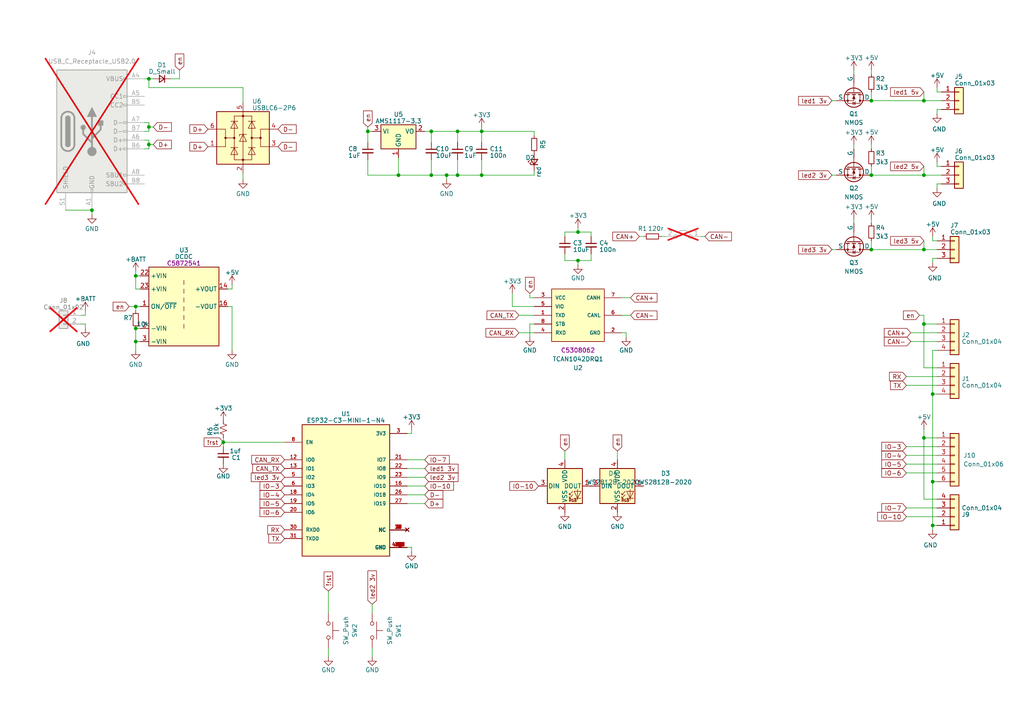
<source format=kicad_sch>
(kicad_sch (version 20231120) (generator "eeschema") (generator_version "8.0")
  (paper "A4")
  (lib_symbols
    (symbol "Connector:USB_C_Receptacle_USB2.0" (pin_names (offset 1.016))
      (property "Reference" "J" (at -10.16 19.05 0))
      (property "Value" "USB_C_Receptacle_USB2.0" (at 19.05 19.05 0))
      (symbol "USB_C_Receptacle_USB2.0_1_1"
        (pin passive line (at 0 -22.86 90) (length 5.08) (name "GND") (number "A1"))
        (pin passive line (at 0 -22.86 90) (length 5.08) hide (name "GND") (number "A12"))
        (pin passive line (at 15.24 15.24 180) (length 5.08) (name "VBUS") (number "A4"))
        (pin bidirectional line (at 15.24 10.16 180) (length 5.08) (name "CC1") (number "A5"))
        (pin bidirectional line (at 15.24 -2.54 180) (length 5.08) (name "D+") (number "A6"))
        (pin bidirectional line (at 15.24 2.54 180) (length 5.08) (name "D-") (number "A7"))
        (pin bidirectional line (at 15.24 -12.7 180) (length 5.08) (name "SBU1") (number "A8"))
        (pin passive line (at 15.24 15.24 180) (length 5.08) hide (name "VBUS") (number "A9"))
        (pin passive line (at 0 -22.86 90) (length 5.08) hide (name "GND") (number "B1"))
        (pin passive line (at 0 -22.86 90) (length 5.08) hide (name "GND") (number "B12"))
        (pin passive line (at 15.24 15.24 180) (length 5.08) hide (name "VBUS") (number "B4"))
        (pin bidirectional line (at 15.24 7.62 180) (length 5.08) (name "CC2") (number "B5"))
        (pin bidirectional line (at 15.24 -5.08 180) (length 5.08) (name "D+") (number "B6"))
        (pin bidirectional line (at 15.24 0 180) (length 5.08) (name "D-") (number "B7"))
        (pin bidirectional line (at 15.24 -15.24 180) (length 5.08) (name "SBU2") (number "B8"))
        (pin passive line (at 15.24 15.24 180) (length 5.08) hide (name "VBUS") (number "B9"))
        (pin passive line (at -7.62 -22.86 90) (length 5.08) (name "SHIELD") (number "S1"))
      )
    )
    (symbol "Connector_Generic:Conn_01x02" (pin_names (offset 1.016) hide)
      (property "Reference" "J" (at 0 2.54 0))
      (property "Value" "Conn_01x02" (at 0 -5.08 0))
      (symbol "Conn_01x02_1_1"
        (pin passive line (at -5.08 0 0) (length 3.81) (name "Pin_1") (number "1"))
        (pin passive line (at -5.08 -2.54 0) (length 3.81) (name "Pin_2") (number "2"))
      )
    )
    (symbol "Connector_Generic:Conn_01x03" (pin_names (offset 1.016) hide)
      (property "Reference" "J" (at 0 5.08 0))
      (property "Value" "Conn_01x03" (at 0 -5.08 0))
      (symbol "Conn_01x03_1_1"
        (pin passive line (at -5.08 2.54 0) (length 3.81) (name "Pin_1") (number "1"))
        (pin passive line (at -5.08 0 0) (length 3.81) (name "Pin_2") (number "2"))
        (pin passive line (at -5.08 -2.54 0) (length 3.81) (name "Pin_3") (number "3"))
      )
    )
    (symbol "Connector_Generic:Conn_01x04" (pin_names (offset 1.016) hide)
      (property "Reference" "J" (at 0 5.08 0))
      (property "Value" "Conn_01x04" (at 0 -7.62 0))
      (symbol "Conn_01x04_1_1"
        (pin passive line (at -5.08 2.54 0) (length 3.81) (name "Pin_1") (number "1"))
        (pin passive line (at -5.08 0 0) (length 3.81) (name "Pin_2") (number "2"))
        (pin passive line (at -5.08 -2.54 0) (length 3.81) (name "Pin_3") (number "3"))
        (pin passive line (at -5.08 -5.08 0) (length 3.81) (name "Pin_4") (number "4"))
      )
    )
    (symbol "Connector_Generic:Conn_01x06" (pin_names (offset 1.016) hide)
      (property "Reference" "J" (at 0 7.62 0))
      (property "Value" "Conn_01x06" (at 0 -10.16 0))
      (symbol "Conn_01x06_1_1"
        (pin passive line (at -5.08 5.08 0) (length 3.81) (name "Pin_1") (number "1"))
        (pin passive line (at -5.08 2.54 0) (length 3.81) (name "Pin_2") (number "2"))
        (pin passive line (at -5.08 0 0) (length 3.81) (name "Pin_3") (number "3"))
        (pin passive line (at -5.08 -2.54 0) (length 3.81) (name "Pin_4") (number "4"))
        (pin passive line (at -5.08 -5.08 0) (length 3.81) (name "Pin_5") (number "5"))
        (pin passive line (at -5.08 -7.62 0) (length 3.81) (name "Pin_6") (number "6"))
      )
    )
    (symbol "Device:C_Small" (pin_numbers hide) (pin_names (offset 0.254) hide)
      (property "Reference" "C" (at 0.254 1.778 0))
      (property "Value" "C_Small" (at 0.254 -2.032 0))
      (symbol "C_Small_1_1"
        (pin passive line (at 0 2.54 270) (length 2.032) (name "~") (number "1"))
        (pin passive line (at 0 -2.54 90) (length 2.032) (name "~") (number "2"))
      )
    )
    (symbol "Device:D_Small" (pin_numbers hide) (pin_names (offset 0.254) hide)
      (property "Reference" "D" (at -1.27 2.032 0))
      (property "Value" "D_Small" (at -3.81 -2.032 0))
      (symbol "D_Small_1_1"
        (pin passive line (at -2.54 0 0) (length 1.778) (name "K") (number "1"))
        (pin passive line (at 2.54 0 180) (length 1.778) (name "A") (number "2"))
      )
    )
    (symbol "Device:LED_Small" (pin_numbers hide) (pin_names (offset 0.254) hide)
      (property "Reference" "D" (at -1.27 3.175 0))
      (property "Value" "LED_Small" (at -4.445 -2.54 0))
      (symbol "LED_Small_1_1"
        (pin passive line (at -2.54 0 0) (length 1.778) (name "K") (number "1"))
        (pin passive line (at 2.54 0 180) (length 1.778) (name "A") (number "2"))
      )
    )
    (symbol "Device:R_Small" (pin_numbers hide) (pin_names (offset 0.254) hide)
      (property "Reference" "R" (at 0.762 0.508 0))
      (property "Value" "R_Small" (at 0.762 -1.016 0))
      (symbol "R_Small_1_1"
        (pin passive line (at 0 2.54 270) (length 0.762) (name "~") (number "1"))
        (pin passive line (at 0 -2.54 90) (length 0.762) (name "~") (number "2"))
      )
    )
    (symbol "Device:R_Small_US" (pin_numbers hide) (pin_names (offset 0.254) hide)
      (property "Reference" "R" (at 0.762 0.508 0))
      (property "Value" "R_Small_US" (at 0.762 -1.016 0))
      (symbol "R_Small_US_1_1"
        (pin passive line (at 0 2.54 270) (length 1.016) (name "~") (number "1"))
        (pin passive line (at 0 -2.54 90) (length 1.016) (name "~") (number "2"))
      )
    )
    (symbol "Jumper:Jumper_2_Open" (pin_names (offset 0) hide)
      (property "Reference" "JP" (at 0 2.794 0))
      (property "Value" "Jumper_2_Open" (at 0 -2.286 0))
      (symbol "Jumper_2_Open_1_1"
        (pin passive line (at -5.08 0 0) (length 2.54) (name "A") (number "1"))
        (pin passive line (at 5.08 0 180) (length 2.54) (name "B") (number "2"))
      )
    )
    (symbol "LED:WS2812B-2020" (pin_names (offset 0.254))
      (property "Reference" "D" (at 5.08 5.715 0))
      (property "Value" "WS2812B-2020" (at 1.27 -5.715 0))
      (symbol "WS2812B-2020_0_0"
        (text "RGB" (at 2.286 -4.191 0) (effects (font (size 0.762 0.762))))
      )
      (symbol "WS2812B-2020_1_1"
        (pin output line (at 7.62 0 180) (length 2.54) (name "DOUT") (number "1"))
        (pin power_in line (at 0 -7.62 90) (length 2.54) (name "VSS") (number "2"))
        (pin input line (at -7.62 0 0) (length 2.54) (name "DIN") (number "3"))
        (pin power_in line (at 0 7.62 270) (length 2.54) (name "VDD") (number "4"))
      )
    )
    (symbol "NMOS_1" (pin_numbers hide) (pin_names (offset 0))
      (property "Reference" "Q3" (at 6.35 0 90))
      (property "Value" "NMOS" (at 8.89 0 90))
      (symbol "NMOS_1_1_1"
        (pin input line (at -5.08 0 0) (length 2.54) (name "G") (number "1"))
        (pin passive line (at 2.54 -5.08 90) (length 2.54) (name "S") (number "2"))
        (pin passive line (at 2.54 5.08 270) (length 2.54) (name "D") (number "3"))
      )
    )
    (symbol "Power_Protection:USBLC6-2P6" (pin_names hide)
      (property "Reference" "U" (at 2.54 8.89 0))
      (property "Value" "USBLC6-2P6" (at 2.54 -8.89 0))
      (symbol "USBLC6-2P6_1_1"
        (pin passive line (at -10.16 -2.54 0) (length 2.54) (name "I/O1") (number "1"))
        (pin passive line (at 0 -10.16 90) (length 2.54) (name "GND") (number "2"))
        (pin passive line (at 10.16 -2.54 180) (length 2.54) (name "I/O2") (number "3"))
        (pin passive line (at 10.16 2.54 180) (length 2.54) (name "I/O2") (number "4"))
        (pin passive line (at 0 10.16 270) (length 2.54) (name "VBUS") (number "5"))
        (pin passive line (at -10.16 2.54 0) (length 2.54) (name "I/O1") (number "6"))
      )
    )
    (symbol "Regulator_Linear:AMS1117-3.3"
      (property "Reference" "U" (at -3.81 3.175 0))
      (property "Value" "AMS1117-3.3" (at 0 3.175 0))
      (symbol "AMS1117-3.3_1_1"
        (pin power_in line (at 0 -7.62 90) (length 2.54) (name "GND") (number "1"))
        (pin power_out line (at 7.62 0 180) (length 2.54) (name "VO") (number "2"))
        (pin power_in line (at -7.62 0 0) (length 2.54) (name "VI") (number "3"))
      )
    )
    (symbol "Switch:SW_Push" (pin_numbers hide) (pin_names (offset 1.016) hide)
      (property "Reference" "SW" (at 1.27 2.54 0))
      (property "Value" "SW_Push" (at 0 -1.524 0))
      (symbol "SW_Push_0_1"
        (pin passive line (at -5.08 0 0) (length 2.54) (name "1") (number "1"))
        (pin passive line (at 5.08 0 180) (length 2.54) (name "2") (number "2"))
      )
    )
    (symbol "ethan_parts:ATA6561" (pin_names (offset 1.016))
      (property "Reference" "U" (at -2.54 7.62 0))
      (property "Value" "TCAN1042DRQ1" (at -5.08 -10.16 0))
      (property "LCSC" "C5308062" (at 0 0 0))
      (symbol "ATA6561_0_0"
        (pin input line (at -12.7 0 0) (length 5.08) (name "TXD") (number "1"))
        (pin power_in line (at 12.7 5.08 180) (length 5.08) (name "GND") (number "2"))
        (pin power_in line (at -12.7 -5.08 0) (length 5.08) (name "VCC") (number "3"))
        (pin output line (at -12.7 5.08 0) (length 5.08) (name "RXD") (number "4"))
        (pin passive line (at -12.7 -2.54 0) (length 5.08) (name "VIO") (number "5"))
        (pin bidirectional line (at 12.7 0 180) (length 5.08) (name "CANL") (number "6"))
        (pin bidirectional line (at 12.7 -5.08 180) (length 5.08) (name "CANH") (number "7"))
        (pin input line (at -12.7 2.54 0) (length 5.08) (name "STB") (number "8"))
      )
    )
    (symbol "ethan_parts:ESP32-C3-MINI-1-N4" (pin_names (offset 1.016))
      (property "Reference" "U" (at -12.7 18.796 0))
      (property "Value" "ESP32-C3-MINI-1-N4" (at -12.7 -22.86 0))
      (property "LCSC" "C2934569" (at 0 0 0))
      (symbol "ESP32-C3-MINI-1-N4_0_0"
        (pin power_in line (at 17.78 -17.78 180) (length 5.08) (name "GND") (number "1"))
        (pin no_connect line (at 17.78 -12.7 180) (length 5.08) (name "NC") (number "10"))
        (pin power_in line (at 17.78 -17.78 180) (length 5.08) (name "GND") (number "11"))
        (pin bidirectional line (at -17.78 7.62 0) (length 5.08) (name "IO0") (number "12"))
        (pin bidirectional line (at -17.78 5.08 0) (length 5.08) (name "IO1") (number "13"))
        (pin power_in line (at 17.78 -17.78 180) (length 5.08) (name "GND") (number "14"))
        (pin no_connect line (at 17.78 -12.7 180) (length 5.08) (name "NC") (number "15"))
        (pin bidirectional line (at 17.78 0 180) (length 5.08) (name "IO10") (number "16"))
        (pin no_connect line (at 17.78 -12.7 180) (length 5.08) (name "NC") (number "17"))
        (pin bidirectional line (at -17.78 -2.54 0) (length 5.08) (name "IO4") (number "18"))
        (pin bidirectional line (at -17.78 -5.08 0) (length 5.08) (name "IO5") (number "19"))
        (pin power_in line (at 17.78 -17.78 180) (length 5.08) (name "GND") (number "2"))
        (pin bidirectional line (at -17.78 -7.62 0) (length 5.08) (name "IO6") (number "20"))
        (pin bidirectional line (at 17.78 7.62 180) (length 5.08) (name "IO7") (number "21"))
        (pin bidirectional line (at 17.78 5.08 180) (length 5.08) (name "IO8") (number "22"))
        (pin bidirectional line (at 17.78 2.54 180) (length 5.08) (name "IO9") (number "23"))
        (pin no_connect line (at 17.78 -12.7 180) (length 5.08) (name "NC") (number "24"))
        (pin no_connect line (at 17.78 -12.7 180) (length 5.08) (name "NC") (number "25"))
        (pin bidirectional line (at 17.78 -2.54 180) (length 5.08) (name "IO18") (number "26"))
        (pin bidirectional line (at 17.78 -5.08 180) (length 5.08) (name "IO19") (number "27"))
        (pin no_connect line (at 17.78 -12.7 180) (length 5.08) (name "NC") (number "28"))
        (pin no_connect line (at 17.78 -12.7 180) (length 5.08) (name "NC") (number "29"))
        (pin power_in line (at 17.78 15.24 180) (length 5.08) (name "3V3") (number "3"))
        (pin bidirectional line (at -17.78 -12.7 0) (length 5.08) (name "RXD0") (number "30"))
        (pin bidirectional line (at -17.78 -15.24 0) (length 5.08) (name "TXD0") (number "31"))
        (pin no_connect line (at 17.78 -12.7 180) (length 5.08) (name "NC") (number "32"))
        (pin no_connect line (at 17.78 -12.7 180) (length 5.08) (name "NC") (number "33"))
        (pin no_connect line (at 17.78 -12.7 180) (length 5.08) (name "NC") (number "34"))
        (pin no_connect line (at 17.78 -12.7 180) (length 5.08) (name "NC") (number "35"))
        (pin power_in line (at 17.78 -17.78 180) (length 5.08) (name "GND") (number "36"))
        (pin power_in line (at 17.78 -17.78 180) (length 5.08) (name "GND") (number "37"))
        (pin power_in line (at 17.78 -17.78 180) (length 5.08) (name "GND") (number "38"))
        (pin power_in line (at 17.78 -17.78 180) (length 5.08) (name "GND") (number "39"))
        (pin no_connect line (at 17.78 -12.7 180) (length 5.08) (name "NC") (number "4"))
        (pin power_in line (at 17.78 -17.78 180) (length 5.08) (name "GND") (number "40"))
        (pin power_in line (at 17.78 -17.78 180) (length 5.08) (name "GND") (number "41"))
        (pin power_in line (at 17.78 -17.78 180) (length 5.08) (name "GND") (number "42"))
        (pin power_in line (at 17.78 -17.78 180) (length 5.08) (name "GND") (number "43"))
        (pin power_in line (at 17.78 -17.78 180) (length 5.08) (name "GND") (number "44"))
        (pin power_in line (at 17.78 -17.78 180) (length 5.08) (name "GND") (number "45"))
        (pin power_in line (at 17.78 -17.78 180) (length 5.08) (name "GND") (number "46"))
        (pin power_in line (at 17.78 -17.78 180) (length 5.08) (name "GND") (number "47"))
        (pin power_in line (at 17.78 -17.78 180) (length 5.08) (name "GND") (number "48"))
        (pin power_in line (at 17.78 -17.78 180) (length 5.08) (name "GND") (number "49_1"))
        (pin power_in line (at 17.78 -17.78 180) (length 5.08) (name "GND") (number "49_2"))
        (pin power_in line (at 17.78 -17.78 180) (length 5.08) (name "GND") (number "49_3"))
        (pin power_in line (at 17.78 -17.78 180) (length 5.08) (name "GND") (number "49_4"))
        (pin power_in line (at 17.78 -17.78 180) (length 5.08) (name "GND") (number "49_5"))
        (pin power_in line (at 17.78 -17.78 180) (length 5.08) (name "GND") (number "49_6"))
        (pin power_in line (at 17.78 -17.78 180) (length 5.08) (name "GND") (number "49_7"))
        (pin power_in line (at 17.78 -17.78 180) (length 5.08) (name "GND") (number "49_8"))
        (pin power_in line (at 17.78 -17.78 180) (length 5.08) (name "GND") (number "49_9"))
        (pin bidirectional line (at -17.78 2.54 0) (length 5.08) (name "IO2") (number "5"))
        (pin power_in line (at 17.78 -17.78 180) (length 5.08) (name "GND") (number "50"))
        (pin power_in line (at 17.78 -17.78 180) (length 5.08) (name "GND") (number "51"))
        (pin power_in line (at 17.78 -17.78 180) (length 5.08) (name "GND") (number "52"))
        (pin power_in line (at 17.78 -17.78 180) (length 5.08) (name "GND") (number "53"))
        (pin bidirectional line (at -17.78 0 0) (length 5.08) (name "IO3") (number "6"))
        (pin no_connect line (at 17.78 -12.7 180) (length 5.08) (name "NC") (number "7"))
        (pin input line (at -17.78 12.7 0) (length 5.08) (name "EN") (number "8"))
        (pin no_connect line (at 17.78 -12.7 180) (length 5.08) (name "NC") (number "9"))
      )
    )
    (symbol "ethan_parts:RSDW10-05H"
      (property "Reference" "U" (at 0 0 0))
      (property "Value" "DCDC" (at 0 0 0))
      (property "LCSC" "C5872541" (at 0 0 0))
      (symbol "RSDW10-05H_1_1"
        (pin input line (at -12.7 0 0) (length 2.54) (name "ON/~{OFF}") (number "1"))
        (pin no_connect line (at 10.16 -5.08 180) (length 2.54) hide (name "NC") (number "11"))
        (pin power_out line (at 12.7 5.08 180) (length 2.54) (name "+VOUT") (number "14"))
        (pin power_out line (at 12.7 0 180) (length 2.54) (name "-VOUT") (number "16"))
        (pin power_in line (at -12.7 -6.35 0) (length 2.54) (name "-VIN") (number "2"))
        (pin power_in line (at -12.7 8.89 0) (length 2.54) (name "+VIN") (number "22"))
        (pin power_in line (at -12.7 5.08 0) (length 2.54) (name "+VIN") (number "23"))
        (pin power_in line (at -12.7 -10.16 0) (length 2.54) (name "-VIN") (number "3"))
        (pin no_connect line (at 10.16 -2.54 180) (length 2.54) hide (name "NC") (number "9"))
      )
    )
    (symbol "power:+3V3" (power) (pin_names (offset 0))
      (property "Value" "+3V3" (at 0 3.556 0))
      (symbol "+3V3_1_1"
        (pin power_in line (at 0 0 90) (length 0) hide (name "+3V3") (number "1"))
      )
    )
    (symbol "power:+5V" (power) (pin_names (offset 0))
      (property "Value" "+5V" (at 0 3.556 0))
      (symbol "+5V_1_1"
        (pin power_in line (at 0 0 90) (length 0) hide (name "+5V") (number "1"))
      )
    )
    (symbol "power:+BATT" (power) (pin_names (offset 0))
      (property "Value" "+BATT" (at 0 3.556 0))
      (symbol "+BATT_1_1"
        (pin power_in line (at 0 0 90) (length 0) hide (name "+BATT") (number "1"))
      )
    )
    (symbol "power:GND" (power) (pin_names (offset 0))
      (property "Value" "GND" (at 0 -3.81 0))
      (symbol "GND_1_1"
        (pin power_in line (at 0 0 270) (length 0) hide (name "GND") (number "1"))
      )
    )
  )
  (junction (at 129.54 50.8))
  (junction (at 106.68 38.1))
  (junction (at 267.97 50.8))
  (junction (at 26.67 60.96))
  (junction (at 125.095 50.8))
  (junction (at 132.715 50.8))
  (junction (at 267.97 72.39))
  (junction (at 43.18 36.83))
  (junction (at 64.77 128.27))
  (junction (at 267.97 127))
  (junction (at 39.37 99.06))
  (junction (at 39.37 95.25))
  (junction (at 252.73 29.21))
  (junction (at 270.51 152.4))
  (junction (at 115.57 50.8))
  (junction (at 125.095 38.1))
  (junction (at 167.64 75.565))
  (junction (at 39.37 80.01))
  (junction (at 267.97 29.21))
  (junction (at 43.18 41.91))
  (junction (at 139.7 50.8))
  (junction (at 132.715 38.1))
  (junction (at 167.64 67.31))
  (junction (at 270.51 114.3))
  (junction (at 270.51 139.7))
  (junction (at 139.7 38.1))
  (junction (at 39.37 88.9))
  (junction (at 267.97 93.98))
  (junction (at 252.73 72.39))
  (junction (at 252.73 50.8))
  (junction (at 43.18 22.86))
  (no_connect (at 118.11 153.67))
  (wire (pts (xy 270.51 69.85) (xy 271.78 69.85)))
  (wire (pts (xy 270.51 114.3) (xy 270.51 139.7)))
  (wire (pts (xy 262.89 149.86) (xy 271.78 149.86)))
  (wire (pts (xy 70.485 25.4) (xy 70.485 29.845)))
  (wire (pts (xy 167.64 67.31) (xy 171.45 67.31)))
  (wire (pts (xy 49.53 22.86) (xy 52.07 22.86)))
  (wire (pts (xy 40.64 95.25) (xy 39.37 95.25)))
  (wire (pts (xy 271.78 48.26) (xy 273.05 48.26)))
  (wire (pts (xy 129.54 50.8) (xy 129.54 52.07)))
  (wire (pts (xy 39.37 88.9) (xy 40.64 88.9)))
  (wire (pts (xy 271.78 54.61) (xy 271.78 53.34)))
  (wire (pts (xy 26.67 60.96) (xy 26.67 62.23)))
  (wire (pts (xy 270.51 68.58) (xy 270.51 69.85)))
  (wire (pts (xy 39.37 78.74) (xy 39.37 80.01)))
  (wire (pts (xy 267.97 91.44) (xy 267.97 93.98)))
  (wire (pts (xy 150.495 91.44) (xy 154.94 91.44)))
  (wire (pts (xy 267.97 93.98) (xy 271.78 93.98)))
  (wire (pts (xy 67.31 88.9) (xy 66.04 88.9)))
  (wire (pts (xy 125.095 50.8) (xy 129.54 50.8)))
  (wire (pts (xy 64.77 127) (xy 64.77 128.27)))
  (wire (pts (xy 191.77 68.58) (xy 193.04 68.58)))
  (wire (pts (xy 118.11 135.89) (xy 123.19 135.89)))
  (wire (pts (xy 262.89 134.62) (xy 271.78 134.62)))
  (wire (pts (xy 43.18 22.86) (xy 44.45 22.86)))
  (wire (pts (xy 118.11 133.35) (xy 123.19 133.35)))
  (wire (pts (xy 52.07 20.32) (xy 52.07 22.86)))
  (wire (pts (xy 106.68 38.1) (xy 106.68 41.275)))
  (wire (pts (xy 181.61 96.52) (xy 180.34 96.52)))
  (wire (pts (xy 185.42 68.58) (xy 186.69 68.58)))
  (wire (pts (xy 153.67 85.09) (xy 153.67 86.36)))
  (wire (pts (xy 163.83 73.66) (xy 163.83 75.565)))
  (wire (pts (xy 267.97 127) (xy 267.97 144.78)))
  (wire (pts (xy 262.89 129.54) (xy 271.78 129.54)))
  (wire (pts (xy 154.94 50.8) (xy 154.94 49.53)))
  (wire (pts (xy 271.78 33.02) (xy 271.78 31.75)))
  (wire (pts (xy 43.18 35.56) (xy 41.91 35.56)))
  (wire (pts (xy 179.07 130.81) (xy 179.07 133.35)))
  (wire (pts (xy 39.37 80.01) (xy 39.37 83.82)))
  (wire (pts (xy 139.7 36.83) (xy 139.7 38.1)))
  (wire (pts (xy 64.77 128.27) (xy 82.55 128.27)))
  (wire (pts (xy 252.73 72.39) (xy 267.97 72.39)))
  (wire (pts (xy 139.7 50.8) (xy 154.94 50.8)))
  (wire (pts (xy 267.97 106.68) (xy 271.78 106.68)))
  (wire (pts (xy 70.485 50.165) (xy 70.485 52.07)))
  (wire (pts (xy 95.25 187.96) (xy 95.25 190.5)))
  (wire (pts (xy 43.18 36.83) (xy 44.45 36.83)))
  (wire (pts (xy 123.19 38.1) (xy 125.095 38.1)))
  (wire (pts (xy 270.51 74.93) (xy 271.78 74.93)))
  (wire (pts (xy 67.31 88.9) (xy 67.31 101.6)))
  (wire (pts (xy 115.57 45.72) (xy 115.57 50.8)))
  (wire (pts (xy 182.88 86.36) (xy 180.34 86.36)))
  (wire (pts (xy 271.78 46.99) (xy 271.78 48.26)))
  (wire (pts (xy 267.97 124.46) (xy 267.97 127)))
  (wire (pts (xy 267.97 69.85) (xy 267.97 72.39)))
  (wire (pts (xy 118.11 146.05) (xy 123.19 146.05)))
  (wire (pts (xy 271.78 25.4) (xy 271.78 26.67)))
  (wire (pts (xy 247.65 43.18) (xy 247.65 41.91)))
  (wire (pts (xy 39.37 101.6) (xy 39.37 99.06)))
  (wire (pts (xy 262.89 109.22) (xy 271.78 109.22)))
  (wire (pts (xy 262.89 147.32) (xy 271.78 147.32)))
  (wire (pts (xy 262.89 111.76) (xy 271.78 111.76)))
  (wire (pts (xy 43.18 36.83) (xy 43.18 35.56)))
  (wire (pts (xy 270.51 152.4) (xy 270.51 153.67)))
  (wire (pts (xy 171.45 75.565) (xy 171.45 73.66)))
  (wire (pts (xy 43.18 41.91) (xy 44.45 41.91)))
  (wire (pts (xy 24.765 91.44) (xy 23.495 91.44)))
  (wire (pts (xy 41.91 40.64) (xy 43.18 40.64)))
  (wire (pts (xy 270.51 101.6) (xy 271.78 101.6)))
  (wire (pts (xy 267.97 127) (xy 271.78 127)))
  (wire (pts (xy 267.97 50.8) (xy 273.05 50.8)))
  (wire (pts (xy 163.83 130.81) (xy 163.83 133.35)))
  (wire (pts (xy 64.77 128.27) (xy 64.77 129.54)))
  (wire (pts (xy 107.95 187.96) (xy 107.95 190.5)))
  (wire (pts (xy 252.73 48.26) (xy 252.73 50.8)))
  (wire (pts (xy 262.89 137.16) (xy 271.78 137.16)))
  (wire (pts (xy 118.11 138.43) (xy 123.19 138.43)))
  (wire (pts (xy 154.94 38.1) (xy 154.94 39.37)))
  (wire (pts (xy 241.3 29.21) (xy 242.57 29.21)))
  (wire (pts (xy 252.73 50.8) (xy 267.97 50.8)))
  (wire (pts (xy 118.11 125.73) (xy 119.38 125.73)))
  (wire (pts (xy 132.715 46.355) (xy 132.715 50.8)))
  (wire (pts (xy 252.73 20.32) (xy 252.73 21.59)))
  (wire (pts (xy 241.3 72.39) (xy 242.57 72.39)))
  (wire (pts (xy 270.51 139.7) (xy 271.78 139.7)))
  (wire (pts (xy 118.11 140.97) (xy 123.19 140.97)))
  (wire (pts (xy 115.57 50.8) (xy 125.095 50.8)))
  (wire (pts (xy 24.765 95.25) (xy 24.765 93.98)))
  (wire (pts (xy 39.37 95.25) (xy 39.37 99.06)))
  (wire (pts (xy 132.715 50.8) (xy 139.7 50.8)))
  (wire (pts (xy 95.25 171.45) (xy 95.25 177.8)))
  (wire (pts (xy 148.59 88.9) (xy 154.94 88.9)))
  (wire (pts (xy 252.73 26.67) (xy 252.73 29.21)))
  (wire (pts (xy 241.3 50.8) (xy 242.57 50.8)))
  (wire (pts (xy 167.64 76.835) (xy 167.64 75.565)))
  (wire (pts (xy 125.095 38.1) (xy 125.095 41.275)))
  (wire (pts (xy 163.83 68.58) (xy 163.83 67.31)))
  (wire (pts (xy 139.7 38.1) (xy 154.94 38.1)))
  (wire (pts (xy 43.18 25.4) (xy 70.485 25.4)))
  (wire (pts (xy 252.73 69.85) (xy 252.73 72.39)))
  (wire (pts (xy 125.095 46.355) (xy 125.095 50.8)))
  (wire (pts (xy 43.18 36.83) (xy 43.18 38.1)))
  (wire (pts (xy 139.7 46.355) (xy 139.7 50.8)))
  (wire (pts (xy 267.97 72.39) (xy 271.78 72.39)))
  (wire (pts (xy 106.68 38.1) (xy 107.95 38.1)))
  (wire (pts (xy 267.97 48.26) (xy 267.97 50.8)))
  (wire (pts (xy 267.97 26.67) (xy 267.97 29.21)))
  (wire (pts (xy 270.51 152.4) (xy 271.78 152.4)))
  (wire (pts (xy 39.37 83.82) (xy 40.64 83.82)))
  (wire (pts (xy 24.765 93.98) (xy 23.495 93.98)))
  (wire (pts (xy 132.715 38.1) (xy 132.715 41.275)))
  (wire (pts (xy 163.83 75.565) (xy 167.64 75.565)))
  (wire (pts (xy 153.67 86.36) (xy 154.94 86.36)))
  (wire (pts (xy 270.51 114.3) (xy 270.51 101.6)))
  (wire (pts (xy 271.78 53.34) (xy 273.05 53.34)))
  (wire (pts (xy 271.78 26.67) (xy 273.05 26.67)))
  (wire (pts (xy 40.64 80.01) (xy 39.37 80.01)))
  (wire (pts (xy 181.61 97.79) (xy 181.61 96.52)))
  (wire (pts (xy 153.67 93.98) (xy 153.67 97.79)))
  (wire (pts (xy 267.97 91.44) (xy 266.7 91.44)))
  (wire (pts (xy 24.765 90.17) (xy 24.765 91.44)))
  (wire (pts (xy 107.95 175.26) (xy 107.95 177.8)))
  (wire (pts (xy 106.68 50.8) (xy 115.57 50.8)))
  (wire (pts (xy 148.59 85.09) (xy 148.59 88.9)))
  (wire (pts (xy 118.11 143.51) (xy 123.19 143.51)))
  (wire (pts (xy 167.64 67.31) (xy 167.64 66.04)))
  (wire (pts (xy 271.78 31.75) (xy 273.05 31.75)))
  (wire (pts (xy 267.97 29.21) (xy 273.05 29.21)))
  (wire (pts (xy 267.97 144.78) (xy 271.78 144.78)))
  (wire (pts (xy 204.47 68.58) (xy 203.2 68.58)))
  (wire (pts (xy 267.97 106.68) (xy 267.97 93.98)))
  (wire (pts (xy 154.94 93.98) (xy 153.67 93.98)))
  (wire (pts (xy 270.51 139.7) (xy 270.51 152.4)))
  (wire (pts (xy 139.7 38.1) (xy 139.7 41.275)))
  (wire (pts (xy 118.11 158.75) (xy 119.38 158.75)))
  (wire (pts (xy 119.38 125.73) (xy 119.38 124.46)))
  (wire (pts (xy 43.18 41.91) (xy 43.18 40.64)))
  (wire (pts (xy 43.18 22.86) (xy 43.18 25.4)))
  (wire (pts (xy 182.88 91.44) (xy 180.34 91.44)))
  (wire (pts (xy 132.715 38.1) (xy 139.7 38.1)))
  (wire (pts (xy 171.45 67.31) (xy 171.45 68.58)))
  (wire (pts (xy 264.16 99.06) (xy 271.78 99.06)))
  (wire (pts (xy 247.65 21.59) (xy 247.65 20.32)))
  (wire (pts (xy 41.91 22.86) (xy 43.18 22.86)))
  (wire (pts (xy 247.65 64.77) (xy 247.65 63.5)))
  (wire (pts (xy 270.51 76.2) (xy 270.51 74.93)))
  (wire (pts (xy 106.68 46.355) (xy 106.68 50.8)))
  (wire (pts (xy 39.37 99.06) (xy 40.64 99.06)))
  (wire (pts (xy 270.51 114.3) (xy 271.78 114.3)))
  (wire (pts (xy 125.095 38.1) (xy 132.715 38.1)))
  (wire (pts (xy 150.495 96.52) (xy 154.94 96.52)))
  (wire (pts (xy 252.73 63.5) (xy 252.73 64.77)))
  (wire (pts (xy 167.64 67.31) (xy 163.83 67.31)))
  (wire (pts (xy 106.68 36.83) (xy 106.68 38.1)))
  (wire (pts (xy 39.37 90.17) (xy 39.37 88.9)))
  (wire (pts (xy 252.73 29.21) (xy 267.97 29.21)))
  (wire (pts (xy 43.18 41.91) (xy 43.18 43.18)))
  (wire (pts (xy 37.465 88.9) (xy 39.37 88.9)))
  (wire (pts (xy 41.91 38.1) (xy 43.18 38.1)))
  (wire (pts (xy 252.73 41.91) (xy 252.73 43.18)))
  (wire (pts (xy 19.05 60.96) (xy 26.67 60.96)))
  (wire (pts (xy 167.64 75.565) (xy 171.45 75.565)))
  (wire (pts (xy 252.73 50.8) (xy 251.46 50.8)))
  (wire (pts (xy 119.38 158.75) (xy 119.38 160.02)))
  (wire (pts (xy 67.31 82.55) (xy 67.31 83.82)))
  (wire (pts (xy 43.18 43.18) (xy 41.91 43.18)))
  (wire (pts (xy 262.89 132.08) (xy 271.78 132.08)))
  (wire (pts (xy 264.16 96.52) (xy 271.78 96.52)))
  (wire (pts (xy 129.54 50.8) (xy 132.715 50.8)))
  (wire (pts (xy 67.31 83.82) (xy 66.04 83.82)))
  (global_label "D+" (shape input) (at 60.325 37.465 180) (property "Intersheetrefs" "${INTERSHEET_REFS}" (effects (hide yes))))
  (global_label "IO-4" (shape input) (at 82.55 143.51 180) (property "Intersheetrefs" "${INTERSHEET_REFS}" (effects (hide yes))))
  (global_label "led1 5v" (shape input) (at 267.97 26.67 180) (property "Intersheetrefs" "${INTERSHEET_REFS}" (effects (hide yes))))
  (global_label "D+" (shape input) (at 123.19 146.05 0) (property "Intersheetrefs" "${INTERSHEET_REFS}" (effects (hide yes))))
  (global_label "CAN+" (shape input) (at 264.16 96.52 180) (property "Intersheetrefs" "${INTERSHEET_REFS}" (effects (hide yes))))
  (global_label "led2 3v" (shape input) (at 107.95 175.26 90) (property "Intersheetrefs" "${INTERSHEET_REFS}" (effects (hide yes))))
  (global_label "led3 3v" (shape input) (at 241.3 72.39 180) (property "Intersheetrefs" "${INTERSHEET_REFS}" (effects (hide yes))))
  (global_label "D+" (shape input) (at 44.45 41.91 0) (property "Intersheetrefs" "${INTERSHEET_REFS}" (effects (hide yes))))
  (global_label "IO-10" (shape input) (at 262.89 149.86 180) (property "Intersheetrefs" "${INTERSHEET_REFS}" (effects (hide yes))))
  (global_label "led3 5v" (shape input) (at 267.97 69.85 180) (property "Intersheetrefs" "${INTERSHEET_REFS}" (effects (hide yes))))
  (global_label "en" (shape input) (at 52.07 20.32 90) (property "Intersheetrefs" "${INTERSHEET_REFS}" (effects (hide yes))))
  (global_label "CAN_TX" (shape input) (at 82.55 135.89 180) (property "Intersheetrefs" "${INTERSHEET_REFS}" (effects (hide yes))))
  (global_label "led1 3v" (shape input) (at 241.3 29.21 180) (property "Intersheetrefs" "${INTERSHEET_REFS}" (effects (hide yes))))
  (global_label "IO-3" (shape input) (at 262.89 129.54 180) (property "Intersheetrefs" "${INTERSHEET_REFS}" (effects (hide yes))))
  (global_label "IO-7" (shape input) (at 123.19 133.35 0) (property "Intersheetrefs" "${INTERSHEET_REFS}" (effects (hide yes))))
  (global_label "led2 3v" (shape input) (at 241.3 50.8 180) (property "Intersheetrefs" "${INTERSHEET_REFS}" (effects (hide yes))))
  (global_label "IO-6" (shape input) (at 82.55 148.59 180) (property "Intersheetrefs" "${INTERSHEET_REFS}" (effects (hide yes))))
  (global_label "en" (shape input) (at 106.68 36.83 90) (property "Intersheetrefs" "${INTERSHEET_REFS}" (effects (hide yes))))
  (global_label "led3 3v" (shape input) (at 82.55 138.43 180) (property "Intersheetrefs" "${INTERSHEET_REFS}" (effects (hide yes))))
  (global_label "en" (shape input) (at 153.67 85.09 90) (property "Intersheetrefs" "${INTERSHEET_REFS}" (effects (hide yes))))
  (global_label "IO-10" (shape input) (at 123.19 140.97 0) (property "Intersheetrefs" "${INTERSHEET_REFS}" (effects (hide yes))))
  (global_label "D-" (shape input) (at 80.645 37.465 0) (property "Intersheetrefs" "${INTERSHEET_REFS}" (effects (hide yes))))
  (global_label "led2 3v" (shape input) (at 123.19 138.43 0) (property "Intersheetrefs" "${INTERSHEET_REFS}" (effects (hide yes))))
  (global_label "!rst" (shape input) (at 64.77 128.27 180) (property "Intersheetrefs" "${INTERSHEET_REFS}" (effects (hide yes))))
  (global_label "TX" (shape input) (at 82.55 156.21 180) (property "Intersheetrefs" "${INTERSHEET_REFS}" (effects (hide yes))))
  (global_label "!rst" (shape input) (at 95.25 171.45 90) (property "Intersheetrefs" "${INTERSHEET_REFS}" (effects (hide yes))))
  (global_label "RX" (shape input) (at 82.55 153.67 180) (property "Intersheetrefs" "${INTERSHEET_REFS}" (effects (hide yes))))
  (global_label "CAN+" (shape input) (at 185.42 68.58 180) (property "Intersheetrefs" "${INTERSHEET_REFS}" (effects (hide yes))))
  (global_label "IO-7" (shape input) (at 262.89 147.32 180) (property "Intersheetrefs" "${INTERSHEET_REFS}" (effects (hide yes))))
  (global_label "CAN-" (shape input) (at 182.88 91.44 0) (property "Intersheetrefs" "${INTERSHEET_REFS}" (effects (hide yes))))
  (global_label "IO-3" (shape input) (at 82.55 140.97 180) (property "Intersheetrefs" "${INTERSHEET_REFS}" (effects (hide yes))))
  (global_label "D+" (shape input) (at 60.325 42.545 180) (property "Intersheetrefs" "${INTERSHEET_REFS}" (effects (hide yes))))
  (global_label "IO-6" (shape input) (at 262.89 137.16 180) (property "Intersheetrefs" "${INTERSHEET_REFS}" (effects (hide yes))))
  (global_label "CAN_RX" (shape input) (at 82.55 133.35 180) (property "Intersheetrefs" "${INTERSHEET_REFS}" (effects (hide yes))))
  (global_label "IO-5" (shape input) (at 82.55 146.05 180) (property "Intersheetrefs" "${INTERSHEET_REFS}" (effects (hide yes))))
  (global_label "IO-10" (shape input) (at 156.21 140.97 180) (property "Intersheetrefs" "${INTERSHEET_REFS}" (effects (hide yes))))
  (global_label "TX" (shape input) (at 262.89 111.76 180) (property "Intersheetrefs" "${INTERSHEET_REFS}" (effects (hide yes))))
  (global_label "en" (shape input) (at 266.7 91.44 180) (property "Intersheetrefs" "${INTERSHEET_REFS}" (effects (hide yes))))
  (global_label "CAN-" (shape input) (at 264.16 99.06 180) (property "Intersheetrefs" "${INTERSHEET_REFS}" (effects (hide yes))))
  (global_label "led2 5v" (shape input) (at 267.97 48.26 180) (property "Intersheetrefs" "${INTERSHEET_REFS}" (effects (hide yes))))
  (global_label "en" (shape input) (at 179.07 130.81 90) (property "Intersheetrefs" "${INTERSHEET_REFS}" (effects (hide yes))))
  (global_label "en" (shape input) (at 37.465 88.9 180) (property "Intersheetrefs" "${INTERSHEET_REFS}" (effects (hide yes))))
  (global_label "D-" (shape input) (at 80.645 42.545 0) (property "Intersheetrefs" "${INTERSHEET_REFS}" (effects (hide yes))))
  (global_label "CAN_RX" (shape input) (at 150.495 96.52 180) (property "Intersheetrefs" "${INTERSHEET_REFS}" (effects (hide yes))))
  (global_label "IO-5" (shape input) (at 262.89 134.62 180) (property "Intersheetrefs" "${INTERSHEET_REFS}" (effects (hide yes))))
  (global_label "IO-4" (shape input) (at 262.89 132.08 180) (property "Intersheetrefs" "${INTERSHEET_REFS}" (effects (hide yes))))
  (global_label "CAN_TX" (shape input) (at 150.495 91.44 180) (property "Intersheetrefs" "${INTERSHEET_REFS}" (effects (hide yes))))
  (global_label "D-" (shape input) (at 44.45 36.83 0) (property "Intersheetrefs" "${INTERSHEET_REFS}" (effects (hide yes))))
  (global_label "led1 3v" (shape input) (at 123.19 135.89 0) (property "Intersheetrefs" "${INTERSHEET_REFS}" (effects (hide yes))))
  (global_label "en" (shape input) (at 163.83 130.81 90) (property "Intersheetrefs" "${INTERSHEET_REFS}" (effects (hide yes))))
  (global_label "D-" (shape input) (at 123.19 143.51 0) (property "Intersheetrefs" "${INTERSHEET_REFS}" (effects (hide yes))))
  (global_label "RX" (shape input) (at 262.89 109.22 180) (property "Intersheetrefs" "${INTERSHEET_REFS}" (effects (hide yes))))
  (global_label "CAN+" (shape input) (at 182.88 86.36 0) (property "Intersheetrefs" "${INTERSHEET_REFS}" (effects (hide yes))))
  (global_label "CAN-" (shape input) (at 204.47 68.58 0) (property "Intersheetrefs" "${INTERSHEET_REFS}" (effects (hide yes))))
  (symbol (lib_id "power:+5V") (at 267.97 124.46 0) (unit 1)
    (property "Reference" "#PWR08" (effects (hide yes)))
    (property "Value" "+5V" (at 267.97 120.9581 0))
  )
  (symbol (lib_id "power:GND") (at 119.38 160.02 0) (unit 1)
    (property "Reference" "#PWR01" (effects (hide yes)))
    (property "Value" "GND" (at 119.38 164.1555 0))
  )
  (symbol (lib_id "power:GND") (at 153.67 97.79 0) (unit 1)
    (property "Reference" "#PWR015" (effects (hide yes)))
    (property "Value" "GND" (at 153.67 101.6 0))
  )
  (symbol (lib_id "power:+3V3") (at 167.64 66.04 0) (unit 1)
    (property "Reference" "#PWR012" (effects (hide yes)))
    (property "Value" "+3V3" (at 167.64 62.5381 0))
  )
  (symbol (lib_id "Device:R_Small") (at 189.23 68.58 90) (unit 1)
    (property "Reference" "R1" (at 187.706 66.294 90) (effects (justify left)))
    (property "Value" "120r" (at 192.532 66.294 90) (effects (justify left)))
    (property "Footprint" "Resistor_SMD:R_0402_1005Metric" (effects (hide yes)))
    (property "LCSC" "C25079" (effects (hide yes)))
  )
  (symbol (lib_id "Device:C_Small") (at 125.095 43.815 0) (unit 1)
    (property "Reference" "C10" (at 126.365 43.18 0) (effects (justify left)))
    (property "Value" "10uF" (at 126.365 45.101 0) (effects (justify left)))
    (property "Footprint" "Capacitor_SMD:C_0402_1005Metric" (effects (hide yes)))
    (property "LCSC" "C15525" (effects (hide yes)))
  )
  (symbol (lib_name "NMOS_1") (lib_id "Simulation_SPICE:NMOS") (at 247.65 48.26 270) (unit 1)
    (property "Reference" "Q2" (at 247.65 54.61 90))
    (property "Value" "NMOS" (at 247.65 57.15 90))
    (property "Footprint" "Package_TO_SOT_SMD:SOT-523" (effects (hide yes)))
    (property "Datasheet" "https://ngspice.sourceforge.io/docs/ngspice-html-manual/manual.xhtml#cha_MOSFETs" (effects (hide yes)))
    (property "Description" "N-MOSFET transistor, drain/source/gate" (effects (hide yes)))
    (property "Sim.Device" "NMOS" (effects (hide yes)))
    (property "Sim.Type" "VDMOS" (effects (hide yes)))
    (property "Sim.Pins" "1=G 2=S 3=D" (effects (hide yes)))
    (property "LCSC" " C5224244 " (effects (hide yes)))
  )
  (symbol (lib_id "power:+5V") (at 270.51 68.58 0) (unit 1)
    (property "Reference" "#PWR031" (effects (hide yes)))
    (property "Value" "+5V" (at 270.51 65.0781 0))
  )
  (symbol (lib_id "Device:C_Small") (at 132.715 43.815 0) (unit 1)
    (property "Reference" "C9" (at 134.62 43.18 0) (effects (justify left)))
    (property "Value" "1uF" (at 134.62 45.101 0) (effects (justify left)))
    (property "Footprint" "Capacitor_SMD:C_0603_1608Metric" (effects (hide yes)))
    (property "LCSC" "C15849" (effects (hide yes)))
  )
  (symbol (lib_id "power:GND") (at 95.25 190.5 0) (unit 1)
    (property "Reference" "#PWR047" (effects (hide yes)))
    (property "Value" "GND" (at 95.25 194.31 0))
  )
  (symbol (lib_id "power:+5V") (at 271.78 46.99 0) (unit 1)
    (property "Reference" "#PWR020" (effects (hide yes)))
    (property "Value" "+5V" (at 271.78 43.4881 0))
  )
  (symbol (lib_id "Device:D_Small") (at 46.99 22.86 180) (unit 1)
    (property "Reference" "D1" (at 46.99 18.8341 0))
    (property "Value" "D_Small" (at 46.99 20.7551 0))
    (property "Footprint" "Diode_SMD:D_0603_1608Metric" (effects (hide yes)))
    (property "LCSC" "C143772" (effects (hide yes)))
  )
  (symbol (lib_id "Connector_Generic:Conn_01x06") (at 276.86 132.08 0) (unit 1)
    (property "Reference" "J10" (at 279.4 132.0799 0) (effects (justify left)))
    (property "Value" "Conn_01x06" (at 279.4 134.6199 0) (effects (justify left)))
    (property "Footprint" "Connector_JST:JST_GH_BM06B-GHS-TBT_1x06-1MP_P1.25mm_Vertical" (effects (hide yes)))
    (property "Description" "Generic connector, single row, 01x06, script generated (kicad-library-utils/schlib/autogen/connector/)" (effects (hide yes)))
    (property "LCSC" "     C189892" (effects (hide yes)))
  )
  (symbol (lib_id "power:+5V") (at 252.73 63.5 0) (unit 1)
    (property "Reference" "#PWR039" (effects (hide yes)))
    (property "Value" "+5V" (at 252.73 59.944 0))
  )
  (symbol (lib_id "Connector_Generic:Conn_01x03") (at 276.86 72.39 0) (unit 1)
    (property "Reference" "J7" (at 275.59 65.389 0) (effects (justify left)))
    (property "Value" "Conn_01x03" (at 275.59 67.31 0) (effects (justify left)))
    (property "Footprint" "Connector_JST:JST_PH_S3B-PH-SM4-TB_1x03-1MP_P2.00mm_Horizontal" (effects (hide yes)))
    (property "LCSC" "C265101" (effects (hide yes)))
  )
  (symbol (lib_id "power:+5V") (at 67.31 82.55 0) (unit 1)
    (property "Reference" "#PWR028" (effects (hide yes)))
    (property "Value" "+5V" (at 67.31 79.0481 0))
  )
  (symbol (lib_id "power:+5V") (at 252.73 20.32 0) (unit 1)
    (property "Reference" "#PWR030" (effects (hide yes)))
    (property "Value" "+5V" (at 252.73 16.764 0))
  )
  (symbol (lib_id "Device:R_Small") (at 252.73 24.13 0) (unit 1)
    (property "Reference" "R2" (at 254 22.86 0) (effects (justify left)))
    (property "Value" "3k3" (at 254 25.4 0) (effects (justify left)))
    (property "Footprint" "Resistor_SMD:R_0402_1005Metric" (effects (hide yes)))
    (property "Description" "Resistor, small symbol" (effects (hide yes)))
    (property "LCSC" "C25890 " (effects (hide yes)))
  )
  (symbol (lib_id "Connector:USB_C_Receptacle_USB2.0") (at 26.67 38.1 0) (unit 1) (dnp yes)
    (property "Reference" "J4" (at 26.67 15.24 0))
    (property "Value" "USB_C_Receptacle_USB2.0" (at 26.67 17.78 0))
    (property "Footprint" "Ethan_parts:Cursed_usbc" (effects (hide yes)))
    (property "Datasheet" "https://www.usb.org/sites/default/files/documents/usb_type-c.zip" (effects (hide yes)))
  )
  (symbol (lib_id "power:GND") (at 70.485 52.07 0) (unit 1)
    (property "Reference" "#PWR017" (effects (hide yes)))
    (property "Value" "GND" (at 70.485 56.2055 0))
  )
  (symbol (lib_id "power:GND") (at 271.78 33.02 0) (unit 1)
    (property "Reference" "#PWR018" (effects (hide yes)))
    (property "Value" "GND" (at 272.415 37.465 0))
  )
  (symbol (lib_id "power:GND") (at 24.765 95.25 0) (mirror y) (unit 1)
    (property "Reference" "#PWR033" (effects (hide yes)))
    (property "Value" "GND" (at 24.13 99.695 0))
  )
  (symbol (lib_id "Connector_Generic:Conn_01x03") (at 278.13 50.8 0) (unit 1)
    (property "Reference" "J6" (at 276.86 43.799 0) (effects (justify left)))
    (property "Value" "Conn_01x03" (at 276.86 45.72 0) (effects (justify left)))
    (property "Footprint" "Connector_JST:JST_PH_B3B-PH-SM4-TB_1x03-1MP_P2.00mm_Vertical" (effects (hide yes)))
    (property "LCSC" "C160353" (effects (hide yes)))
  )
  (symbol (lib_id "power:+BATT") (at 39.37 78.74 0) (unit 1)
    (property "Reference" "#PWR027" (effects (hide yes)))
    (property "Value" "+BATT" (at 39.37 75.2381 0))
  )
  (symbol (lib_id "ethan_parts:ESP32-C3-MINI-1-N4") (at 100.33 140.97 0) (unit 1)
    (property "Reference" "U1" (at 100.33 120.015 0))
    (property "Value" "ESP32-C3-MINI-1-N4" (at 100.33 121.936 0))
    (property "Footprint" "Ethan_parts:ESP32-C3-MINI-1-N4" (effects (hide yes)))
    (property "Description" "does the wireless sutff" (effects (hide yes)))
    (property "MF" "Espressif Systems" (effects (hide yes)))
    (property "MAXIMUM_PACKAGE_HEIGHT" "2.55mm" (effects (hide yes)))
    (property "Package" "SMD-53 Espressif Systems" (effects (hide yes)))
    (property "Price" "None" (effects (hide yes)))
    (property "STANDARD" "Manufacturer Recommendations" (effects (hide yes)))
    (property "PARTREV" "v1.0" (effects (hide yes)))
    (property "MP" "ESP32-C3-MINI-1-N4" (effects (hide yes)))
    (property "Availability" "In Stock" (effects (hide yes)))
    (property "MANUFACTURER" "Espressif Systems" (effects (hide yes)))
    (property "LCSC" "C2934569" (effects (hide yes)))
  )
  (symbol (lib_id "Device:C_Small") (at 106.68 43.815 0) (unit 1)
    (property "Reference" "C8" (at 100.965 43.18 0) (effects (justify left)))
    (property "Value" "1uF" (at 100.965 45.101 0) (effects (justify left)))
    (property "Footprint" "Capacitor_SMD:C_0603_1608Metric" (effects (hide yes)))
    (property "LCSC" "C15849" (effects (hide yes)))
  )
  (symbol (lib_id "Device:R_Small") (at 252.73 45.72 0) (unit 1)
    (property "Reference" "R3" (at 254 44.45 0) (effects (justify left)))
    (property "Value" "3k3" (at 254 46.99 0) (effects (justify left)))
    (property "Footprint" "Resistor_SMD:R_0402_1005Metric" (effects (hide yes)))
    (property "Description" "Resistor, small symbol" (effects (hide yes)))
    (property "LCSC" "C25890 " (effects (hide yes)))
  )
  (symbol (lib_id "ethan_parts:ATA6561") (at 167.64 91.44 0) (mirror x) (unit 1)
    (property "Reference" "U2" (at 167.64 106.68 0))
    (property "Value" "TCAN1042DRQ1" (at 167.64 104.14 0))
    (property "Footprint" "Ethan_parts:ATA6561-GBQW-N" (effects (hide yes)))
    (property "Price" "None" (effects (hide yes)))
    (property "MP" "ATA6561-GBQW-N" (effects (hide yes)))
    (property "LCSC" "C5308062" (at 167.64 101.6 0))
  )
  (symbol (lib_id "power:GND") (at 129.54 52.07 0) (unit 1)
    (property "Reference" "#PWR07" (effects (hide yes)))
    (property "Value" "GND" (at 129.54 56.2055 0))
  )
  (symbol (lib_id "power:+5V") (at 271.78 25.4 0) (unit 1)
    (property "Reference" "#PWR019" (effects (hide yes)))
    (property "Value" "+5V" (at 271.78 21.8981 0))
  )
  (symbol (lib_id "Device:C_Small") (at 139.7 43.815 0) (unit 1)
    (property "Reference" "C11" (at 142.0241 43.1776 0) (effects (justify left)))
    (property "Value" "100n" (at 142.0241 45.0986 0) (effects (justify left)))
    (property "Footprint" "Capacitor_SMD:C_0402_1005Metric" (effects (hide yes)))
    (property "LCSC" "C1525" (effects (hide yes)))
  )
  (symbol (lib_id "power:+3V3") (at 139.7 36.83 0) (unit 1)
    (property "Reference" "#PWR016" (effects (hide yes)))
    (property "Value" "+3V3" (at 139.7 33.3281 0))
  )
  (symbol (lib_id "Device:LED_Small") (at 154.94 46.99 90) (unit 1)
    (property "Reference" "D2" (at 152.4 45.72 90) (effects (justify right)))
    (property "Value" "red" (at 156.21 48.26 0) (effects (justify right)))
    (property "Footprint" "LED_SMD:LED_0603_1608Metric" (effects (hide yes)))
    (property "LCSC" "C72044" (effects (hide yes)))
  )
  (symbol (lib_id "Switch:SW_Push") (at 95.25 182.88 270) (unit 1)
    (property "Reference" "SW2" (at 102.87 182.88 0))
    (property "Value" "SW_Push" (at 100.33 182.88 0))
    (property "Footprint" "Button_Switch_SMD:SW_Push_SPST_NO_Alps_SKRK" (effects (hide yes)))
    (property "Description" "Push button switch, generic, two pins" (effects (hide yes)))
    (property "LCSC" "C720477" (effects (hide yes)))
  )
  (symbol (lib_id "power:+5V") (at 252.73 41.91 0) (unit 1)
    (property "Reference" "#PWR037" (effects (hide yes)))
    (property "Value" "+5V" (at 252.73 38.354 0))
  )
  (symbol (lib_id "Device:C_Small") (at 64.77 132.08 0) (unit 1)
    (property "Reference" "C1" (at 69.85 132.731 0) (effects (justify right)))
    (property "Value" "1uf" (at 69.85 130.81 0) (effects (justify right)))
    (property "Footprint" "Resistor_SMD:R_0402_1005Metric" (effects (hide yes)))
    (property "LCSC" "C52923" (effects (hide yes)))
  )
  (symbol (lib_id "power:+3V3") (at 247.65 20.32 0) (unit 1)
    (property "Reference" "#PWR045" (effects (hide yes)))
    (property "Value" "+3V3" (at 247.65 16.8181 0))
  )
  (symbol (lib_id "Connector_Generic:Conn_01x03") (at 278.13 29.21 0) (unit 1)
    (property "Reference" "J5" (at 276.86 22.209 0) (effects (justify left)))
    (property "Value" "Conn_01x03" (at 276.86 24.13 0) (effects (justify left)))
    (property "Footprint" "Connector_JST:JST_PH_B3B-PH-SM4-TB_1x03-1MP_P2.00mm_Vertical" (effects (hide yes)))
    (property "LCSC" "C160353" (effects (hide yes)))
  )
  (symbol (lib_id "power:GND") (at 181.61 97.79 0) (unit 1)
    (property "Reference" "#PWR02" (effects (hide yes)))
    (property "Value" "GND" (at 181.61 101.6 0))
  )
  (symbol (lib_id "LED:WS2812B-2020") (at 163.83 140.97 0) (unit 1)
    (property "Reference" "D4" (at 177.8 137.322 0))
    (property "Value" "WS2812B-2020" (at 177.8 139.862 0))
    (property "Footprint" "LED_SMD:LED_WS2812B-2020_PLCC4_2.0x2.0mm" (effects (hide yes)))
    (property "Datasheet" "https://cdn-shop.adafruit.com/product-files/4684/4684_WS2812B-2020_V1.3_EN.pdf" (effects (hide yes)))
    (property "Description" "RGB LED with integrated controller, 2.0 x 2.0 mm, 12 mA" (effects (hide yes)))
    (property "LCSC" "C965555" (effects (hide yes)))
  )
  (symbol (lib_id "power:GND") (at 39.37 101.6 0) (unit 1)
    (property "Reference" "#PWR025" (effects (hide yes)))
    (property "Value" "GND" (at 39.37 105.7355 0))
  )
  (symbol (lib_id "Connector_Generic:Conn_01x04") (at 276.86 149.86 0) (mirror x) (unit 1)
    (property "Reference" "J9" (at 278.892 149.2337 0) (effects (justify left)))
    (property "Value" "Conn_01x04" (at 278.892 147.3127 0) (effects (justify left)))
    (property "Footprint" "Connector_JST:JST_GH_BM04B-GHS-TBT_1x04-1MP_P1.25mm_Vertical" (effects (hide yes)))
    (property "LCSC" "C161692" (effects (hide yes)))
  )
  (symbol (lib_id "Device:R_Small") (at 252.73 67.31 0) (unit 1)
    (property "Reference" "R4" (at 254 66.04 0) (effects (justify left)))
    (property "Value" "3k3" (at 254 68.58 0) (effects (justify left)))
    (property "Footprint" "Resistor_SMD:R_0402_1005Metric" (effects (hide yes)))
    (property "Description" "Resistor, small symbol" (effects (hide yes)))
    (property "LCSC" "C25890 " (effects (hide yes)))
  )
  (symbol (lib_id "power:GND") (at 270.51 153.67 0) (mirror y) (unit 1)
    (property "Reference" "#PWR042" (effects (hide yes)))
    (property "Value" "GND" (at 269.875 158.115 0))
  )
  (symbol (lib_id "Connector_Generic:Conn_01x04") (at 276.86 109.22 0) (unit 1)
    (property "Reference" "J1" (at 278.892 109.8463 0) (effects (justify left)))
    (property "Value" "Conn_01x04" (at 278.892 111.7673 0) (effects (justify left)))
    (property "Footprint" "Connector_JST:JST_GH_BM04B-GHS-TBT_1x04-1MP_P1.25mm_Vertical" (effects (hide yes)))
    (property "LCSC" "C161692" (effects (hide yes)))
  )
  (symbol (lib_id "Power_Protection:USBLC6-2P6") (at 70.485 40.005 0) (unit 1)
    (property "Reference" "U6" (at 73.1267 29.3751 0) (effects (justify left)))
    (property "Value" "USBLC6-2P6" (at 73.1267 31.2961 0) (effects (justify left)))
    (property "Footprint" "Package_TO_SOT_SMD:SOT-666" (effects (hide yes)))
    (property "Datasheet" "https://www.st.com/resource/en/datasheet/usblc6-2.pdf" (effects (hide yes)))
    (property "LCSC" "C2827693" (effects (hide yes)))
  )
  (symbol (lib_id "power:GND") (at 163.83 148.59 0) (unit 1)
    (property "Reference" "#PWR029" (effects (hide yes)))
    (property "Value" "GND" (at 163.83 152.7255 0))
  )
  (symbol (lib_id "Device:C_Small") (at 163.83 71.12 0) (unit 1)
    (property "Reference" "C3" (at 166.1541 70.4826 0) (effects (justify left)))
    (property "Value" "10uF" (at 166.1541 72.4036 0) (effects (justify left)))
    (property "Footprint" "Capacitor_SMD:C_0402_1005Metric" (effects (hide yes)))
    (property "LCSC" "C15525" (effects (hide yes)))
  )
  (symbol (lib_id "Device:C_Small") (at 171.45 71.12 0) (unit 1)
    (property "Reference" "C4" (at 173.7741 70.4826 0) (effects (justify left)))
    (property "Value" "100n" (at 173.7741 72.4036 0) (effects (justify left)))
    (property "Footprint" "Capacitor_SMD:C_0402_1005Metric" (effects (hide yes)))
    (property "LCSC" "C1525" (effects (hide yes)))
  )
  (symbol (lib_id "Connector_Generic:Conn_01x04") (at 276.86 96.52 0) (unit 1)
    (property "Reference" "J2" (at 278.892 97.1463 0) (effects (justify left)))
    (property "Value" "Conn_01x04" (at 278.892 99.0673 0) (effects (justify left)))
    (property "Footprint" "Connector_JST:JST_GH_BM04B-GHS-TBT_1x04-1MP_P1.25mm_Vertical" (effects (hide yes)))
    (property "LCSC" "C161692" (effects (hide yes)))
  )
  (symbol (lib_id "power:GND") (at 167.64 76.835 0) (unit 1)
    (property "Reference" "#PWR014" (effects (hide yes)))
    (property "Value" "GND" (at 167.64 80.645 0))
  )
  (symbol (lib_id "power:GND") (at 107.95 190.5 0) (unit 1)
    (property "Reference" "#PWR046" (effects (hide yes)))
    (property "Value" "GND" (at 105.918 194.31 0) (effects (justify left)))
  )
  (symbol (lib_id "power:+3V3") (at 247.65 41.91 0) (unit 1)
    (property "Reference" "#PWR036" (effects (hide yes)))
    (property "Value" "+3V3" (at 247.65 38.4081 0))
  )
  (symbol (lib_name "NMOS_1") (lib_id "Simulation_SPICE:NMOS") (at 247.65 26.67 270) (unit 1)
    (property "Reference" "Q1" (at 247.65 33.02 90))
    (property "Value" "NMOS" (at 247.65 35.56 90))
    (property "Footprint" "Package_TO_SOT_SMD:SOT-523" (effects (hide yes)))
    (property "Datasheet" "https://ngspice.sourceforge.io/docs/ngspice-html-manual/manual.xhtml#cha_MOSFETs" (effects (hide yes)))
    (property "Description" "N-MOSFET transistor, drain/source/gate" (effects (hide yes)))
    (property "Sim.Device" "NMOS" (effects (hide yes)))
    (property "Sim.Type" "VDMOS" (effects (hide yes)))
    (property "Sim.Pins" "1=G 2=S 3=D" (effects (hide yes)))
    (property "LCSC" " C5224244 " (effects (hide yes)))
  )
  (symbol (lib_id "power:+BATT") (at 24.765 90.17 0) (unit 1)
    (property "Reference" "#PWR034" (effects (hide yes)))
    (property "Value" "+BATT" (at 24.765 86.6681 0))
  )
  (symbol (lib_id "Device:R_Small") (at 154.94 41.91 0) (unit 1)
    (property "Reference" "R5" (at 157.48 41.91 90))
    (property "Value" "1k" (effects (hide yes)))
    (property "Footprint" "Resistor_SMD:R_0603_1608Metric" (effects (hide yes)))
    (property "LCSC" "C21190" (effects (hide yes)))
  )
  (symbol (lib_id "power:GND") (at 67.31 101.6 0) (unit 1)
    (property "Reference" "#PWR026" (effects (hide yes)))
    (property "Value" "GND" (at 67.31 105.7355 0))
  )
  (symbol (lib_id "power:GND") (at 26.67 62.23 0) (unit 1)
    (property "Reference" "#PWR010" (effects (hide yes)))
    (property "Value" "GND" (at 26.67 66.3655 0))
  )
  (symbol (lib_id "power:+3V3") (at 119.38 124.46 0) (unit 1)
    (property "Reference" "#PWR04" (effects (hide yes)))
    (property "Value" "+3V3" (at 119.38 120.9581 0))
  )
  (symbol (lib_name "NMOS_1") (lib_id "Simulation_SPICE:NMOS") (at 247.65 69.85 270) (unit 1)
    (property "Reference" "Q3" (at 247.65 76.2 90))
    (property "Value" "NMOS" (at 247.65 78.74 90))
    (property "Footprint" "Package_TO_SOT_SMD:SOT-523" (effects (hide yes)))
    (property "Datasheet" "https://ngspice.sourceforge.io/docs/ngspice-html-manual/manual.xhtml#cha_MOSFETs" (effects (hide yes)))
    (property "Description" "N-MOSFET transistor, drain/source/gate" (effects (hide yes)))
    (property "Sim.Device" "NMOS" (effects (hide yes)))
    (property "Sim.Type" "VDMOS" (effects (hide yes)))
    (property "Sim.Pins" "1=G 2=S 3=D" (effects (hide yes)))
    (property "LCSC" " C5224244 " (effects (hide yes)))
  )
  (symbol (lib_id "power:GND") (at 179.07 148.59 0) (unit 1)
    (property "Reference" "#PWR044" (effects (hide yes)))
    (property "Value" "GND" (at 179.07 152.7255 0))
  )
  (symbol (lib_id "power:+3V3") (at 64.77 121.92 0) (unit 1)
    (property "Reference" "#PWR05" (effects (hide yes)))
    (property "Value" "+3V3" (at 64.77 118.4181 0))
  )
  (symbol (lib_id "Regulator_Linear:AMS1117-3.3") (at 115.57 38.1 0) (unit 1)
    (property "Reference" "U5" (at 115.57 33.1851 0))
    (property "Value" "AMS1117-3.3" (at 115.57 35.1061 0))
    (property "Footprint" "Package_TO_SOT_SMD:SOT-223-3_TabPin2" (effects (hide yes)))
    (property "Datasheet" "http://www.advanced-monolithic.com/pdf/ds1117.pdf" (effects (hide yes)))
    (property "LCSC" "C6186" (effects (hide yes)))
  )
  (symbol (lib_id "LED:WS2812B-2020") (at 179.07 140.97 0) (unit 1)
    (property "Reference" "D3" (at 193.04 137.322 0))
    (property "Value" "WS2812B-2020" (at 193.04 139.862 0))
    (property "Footprint" "LED_SMD:LED_WS2812B-2020_PLCC4_2.0x2.0mm" (effects (hide yes)))
    (property "Datasheet" "https://cdn-shop.adafruit.com/product-files/4684/4684_WS2812B-2020_V1.3_EN.pdf" (effects (hide yes)))
    (property "Description" "RGB LED with integrated controller, 2.0 x 2.0 mm, 12 mA" (effects (hide yes)))
    (property "LCSC" "C965555" (effects (hide yes)))
  )
  (symbol (lib_id "Connector_Generic:Conn_01x02") (at 18.415 91.44 0) (mirror y) (unit 1) (dnp yes)
    (property "Reference" "J8" (at 18.415 87.1601 0))
    (property "Value" "Conn_01x02" (at 18.415 89.0811 0))
    (property "Footprint" "Ethan_parts:solder_power" (effects (hide yes)))
  )
  (symbol (lib_id "Switch:SW_Push") (at 107.95 182.88 270) (unit 1)
    (property "Reference" "SW1" (at 115.57 182.88 0))
    (property "Value" "SW_Push" (at 113.03 182.88 0))
    (property "Footprint" "Button_Switch_SMD:SW_Push_SPST_NO_Alps_SKRK" (effects (hide yes)))
    (property "Description" "Push button switch, generic, two pins" (effects (hide yes)))
    (property "LCSC" "C720477" (effects (hide yes)))
  )
  (symbol (lib_id "Jumper:Jumper_2_Open") (at 198.12 68.58 0) (mirror y) (unit 1) (dnp yes)
    (property "Reference" "JP1" (effects (hide yes)))
    (property "Value" "Jumper_2_Open" (effects (hide yes)))
    (property "Footprint" "Jumper:SolderJumper-2_P1.3mm_Open_RoundedPad1.0x1.5mm" (effects (hide yes)))
  )
  (symbol (lib_id "power:+3V3") (at 247.65 63.5 0) (unit 1)
    (property "Reference" "#PWR038" (effects (hide yes)))
    (property "Value" "+3V3" (at 247.65 59.9981 0))
  )
  (symbol (lib_id "Device:R_Small_US") (at 64.77 124.46 180) (unit 1)
    (property "Reference" "R6" (at 60.96 125.095 90))
    (property "Value" "10k" (at 62.7181 124.46 90))
    (property "Footprint" "Resistor_SMD:R_0402_1005Metric" (effects (hide yes)))
    (property "LCSC" "C25744" (effects (hide yes)))
  )
  (symbol (lib_id "ethan_parts:RSDW10-05H") (at 53.34 88.9 0) (unit 1)
    (property "Reference" "U3" (at 53.34 72.5391 0))
    (property "Value" "DCDC" (at 53.34 74.4601 0))
    (property "Footprint" "Ethan_parts:RSDW10-05H" (effects (hide yes)))
    (property "Datasheet" "https://www.meanwellusa.com/productPdf.aspx?i=864" (effects (hide yes)))
    (property "LCSC" "C5872541" (at 53.34 76.3811 0))
  )
  (symbol (lib_id "power:GND") (at 270.51 76.2 0) (unit 1)
    (property "Reference" "#PWR032" (effects (hide yes)))
    (property "Value" "GND" (at 271.145 80.645 0))
  )
  (symbol (lib_id "power:GND") (at 64.77 134.62 0) (unit 1)
    (property "Reference" "#PWR035" (effects (hide yes)))
    (property "Value" "GND" (at 64.77 138.1219 0))
  )
  (symbol (lib_id "power:+3V3") (at 148.59 85.09 0) (unit 1)
    (property "Reference" "#PWR013" (effects (hide yes)))
    (property "Value" "+3V3" (at 148.59 81.5881 0))
  )
  (symbol (lib_id "power:GND") (at 271.78 54.61 0) (unit 1)
    (property "Reference" "#PWR021" (effects (hide yes)))
    (property "Value" "GND" (at 272.415 59.055 0))
  )
  (symbol (lib_id "Device:R_Small") (at 39.37 92.71 0) (unit 1)
    (property "Reference" "R7" (at 35.814 92.202 0) (effects (justify left)))
    (property "Value" "10k" (at 39.5986 93.9873 0) (effects (justify left)))
    (property "Footprint" "Resistor_SMD:R_0402_1005Metric" (effects (hide yes)))
    (property "LCSC" "C25744" (effects (hide yes)))
  )
)
</source>
